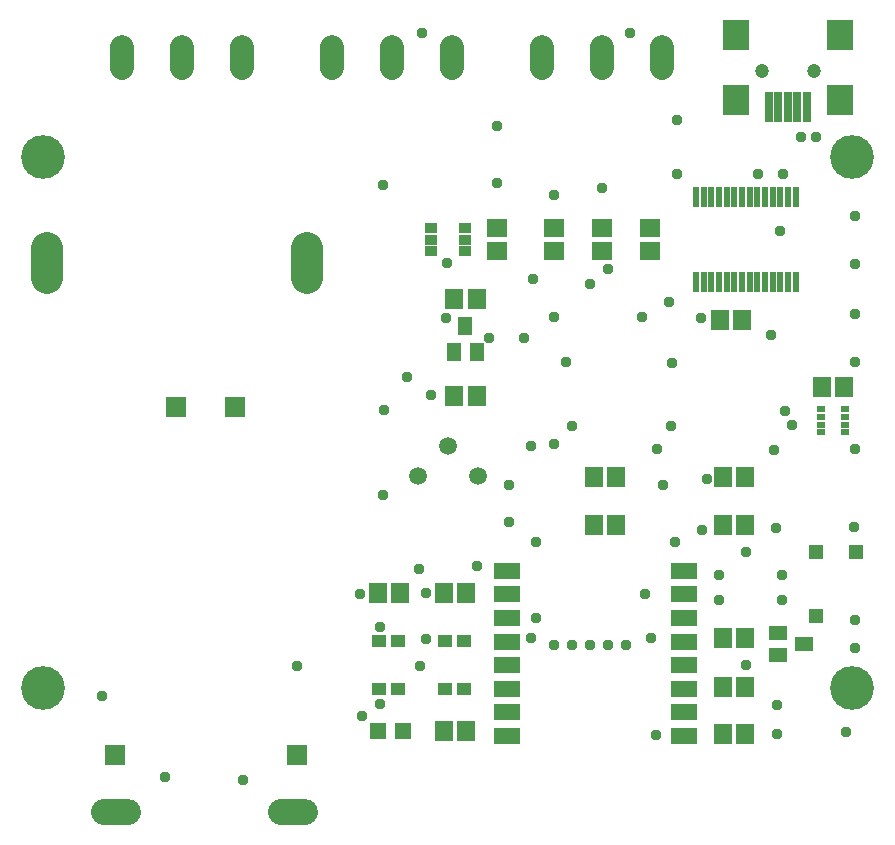
<source format=gbr>
G04 EAGLE Gerber RS-274X export*
G75*
%MOMM*%
%FSLAX34Y34*%
%LPD*%
%INSoldermask Top*%
%IPPOS*%
%AMOC8*
5,1,8,0,0,1.08239X$1,22.5*%
G01*
%ADD10C,3.703200*%
%ADD11R,1.503200X1.703200*%
%ADD12R,1.703200X1.503200*%
%ADD13R,2.203200X2.603200*%
%ADD14R,0.703200X2.511200*%
%ADD15C,1.203200*%
%ADD16R,1.403200X1.403200*%
%ADD17C,2.743200*%
%ADD18R,1.727200X1.727200*%
%ADD19R,0.703200X0.553200*%
%ADD20R,0.603200X1.703200*%
%ADD21R,1.503200X1.803200*%
%ADD22R,1.203200X1.103200*%
%ADD23C,2.184400*%
%ADD24R,1.103200X0.903200*%
%ADD25C,1.993900*%
%ADD26R,2.203200X1.403200*%
%ADD27R,1.803200X1.503200*%
%ADD28R,1.203200X1.203200*%
%ADD29R,1.603200X1.203200*%
%ADD30C,1.511200*%
%ADD31R,1.203200X1.603200*%
%ADD32C,0.959600*%


D10*
X32500Y130000D03*
X717500Y130000D03*
X717500Y580000D03*
X32500Y580000D03*
D11*
X517500Y309033D03*
X498500Y309033D03*
X517500Y268393D03*
X498500Y268393D03*
X691540Y385233D03*
X710540Y385233D03*
D12*
X416560Y500500D03*
X416560Y519500D03*
X546100Y500500D03*
X546100Y519500D03*
D11*
X605180Y441960D03*
X624180Y441960D03*
D13*
X706940Y627940D03*
D14*
X678940Y622300D03*
X670940Y622300D03*
X662940Y622300D03*
X654940Y622300D03*
X646940Y622300D03*
D13*
X706940Y682940D03*
X618940Y627940D03*
X618940Y682940D03*
D15*
X684940Y652940D03*
X640940Y652940D03*
D16*
X336890Y93980D03*
X315890Y93980D03*
D17*
X36068Y477520D02*
X36068Y502920D01*
X256032Y502920D02*
X256032Y477520D01*
D18*
X195180Y367980D03*
X145180Y367980D03*
X247180Y73980D03*
X93180Y73980D03*
D19*
X711290Y359957D03*
X711290Y353457D03*
X711290Y346957D03*
X711290Y366457D03*
X690790Y353457D03*
X690790Y359957D03*
X690790Y366457D03*
X690790Y346957D03*
D20*
X585130Y473750D03*
X591630Y473750D03*
X598130Y473750D03*
X604630Y473750D03*
X611130Y473750D03*
X617630Y473750D03*
X624130Y473750D03*
X630630Y473750D03*
X637130Y473750D03*
X643630Y473750D03*
X650130Y473750D03*
X656630Y473750D03*
X663130Y473750D03*
X669630Y473750D03*
X669630Y546250D03*
X663130Y546250D03*
X656630Y546250D03*
X650130Y546250D03*
X643630Y546250D03*
X637130Y546250D03*
X630630Y546250D03*
X624130Y546250D03*
X617630Y546250D03*
X611130Y546250D03*
X604630Y546250D03*
X598130Y546250D03*
X591630Y546250D03*
X585130Y546250D03*
D21*
X390500Y93980D03*
X371500Y93980D03*
X607720Y91440D03*
X626720Y91440D03*
X334620Y210820D03*
X315620Y210820D03*
X607720Y131233D03*
X626720Y131233D03*
X371500Y210820D03*
X390500Y210820D03*
D22*
X333120Y129360D03*
X317120Y129360D03*
X317120Y170360D03*
X333120Y170360D03*
X373000Y170360D03*
X389000Y170360D03*
X389000Y129360D03*
X373000Y129360D03*
D23*
X253746Y25400D02*
X233934Y25400D01*
X103886Y25400D02*
X84074Y25400D01*
D24*
X389500Y500500D03*
X389500Y510000D03*
X389500Y519500D03*
X360500Y519500D03*
X360500Y510000D03*
X360500Y500500D03*
D25*
X200660Y655257D02*
X200660Y673164D01*
X149860Y673164D02*
X149860Y655257D01*
X99060Y655257D02*
X99060Y673164D01*
D26*
X575380Y89620D03*
X575380Y109620D03*
X575380Y129620D03*
X575380Y149620D03*
X575380Y169620D03*
X575380Y189620D03*
X575380Y209620D03*
X575380Y229620D03*
X425380Y229620D03*
X425380Y209620D03*
X425380Y189620D03*
X425380Y169620D03*
X425380Y149620D03*
X425380Y129620D03*
X425380Y109620D03*
X425380Y89620D03*
D25*
X378460Y655257D02*
X378460Y673164D01*
X327660Y673164D02*
X327660Y655257D01*
X276860Y655257D02*
X276860Y673164D01*
X556260Y673164D02*
X556260Y655257D01*
X505460Y655257D02*
X505460Y673164D01*
X454660Y673164D02*
X454660Y655257D01*
D21*
X607720Y268393D03*
X626720Y268393D03*
X607720Y309033D03*
X626720Y309033D03*
D27*
X464820Y519500D03*
X464820Y500500D03*
X505460Y519500D03*
X505460Y500500D03*
D28*
X686580Y191440D03*
X720580Y245440D03*
X686580Y245440D03*
D29*
X676480Y167640D03*
X654480Y158140D03*
X654480Y177140D03*
D21*
X607720Y172720D03*
X626720Y172720D03*
D30*
X349600Y310000D03*
X375000Y335400D03*
X400400Y310000D03*
D21*
X380390Y459740D03*
X399390Y459740D03*
D31*
X389890Y436450D03*
X399390Y414450D03*
X380390Y414450D03*
D21*
X380390Y377190D03*
X399390Y377190D03*
D32*
X247650Y148590D03*
X356870Y171450D03*
X356870Y210820D03*
X320040Y556260D03*
X416560Y557530D03*
X416560Y605790D03*
X568960Y565150D03*
X654050Y115570D03*
X351790Y148590D03*
X320040Y293370D03*
X400050Y233680D03*
X350520Y231140D03*
X321310Y365760D03*
X426720Y302260D03*
X426720Y270510D03*
X720090Y529590D03*
X720090Y488950D03*
X720090Y447040D03*
X374650Y490220D03*
X447040Y476250D03*
X439420Y426720D03*
X474980Y406400D03*
X562610Y457200D03*
X565150Y405130D03*
X648970Y429260D03*
X720090Y406400D03*
X720090Y332740D03*
X718820Y266700D03*
X652780Y265430D03*
X651510Y331470D03*
X604520Y226060D03*
X604520Y204470D03*
X657860Y204470D03*
X657860Y226060D03*
X720090Y187960D03*
X720090Y163830D03*
X654050Y91440D03*
X712470Y92710D03*
X568960Y610870D03*
X594360Y307340D03*
X445770Y335280D03*
X557530Y302260D03*
X567690Y254000D03*
X590550Y264160D03*
X445770Y172720D03*
X547370Y172720D03*
X135890Y54610D03*
X201930Y52070D03*
X82550Y123190D03*
X353060Y684530D03*
X529590Y684530D03*
X410210Y426720D03*
X302260Y106680D03*
X300990Y209550D03*
X627380Y245110D03*
X627380Y149860D03*
X317500Y116840D03*
X317500Y181610D03*
X551180Y90170D03*
X525780Y166370D03*
X505460Y553720D03*
X449580Y189230D03*
X449580Y254000D03*
X373380Y443230D03*
X464820Y547370D03*
X542290Y209550D03*
X539750Y444500D03*
X464820Y444500D03*
X480060Y166370D03*
X480060Y351790D03*
X340360Y393700D03*
X563880Y351790D03*
X660400Y364490D03*
X464820Y166370D03*
X464820Y336550D03*
X360680Y378460D03*
X552450Y332740D03*
X666750Y353060D03*
X495300Y166370D03*
X495300Y472440D03*
X510540Y166370D03*
X510540Y485140D03*
X674370Y596900D03*
X659130Y565150D03*
X656590Y516890D03*
X589280Y443230D03*
X687070Y596900D03*
X637540Y565150D03*
M02*

</source>
